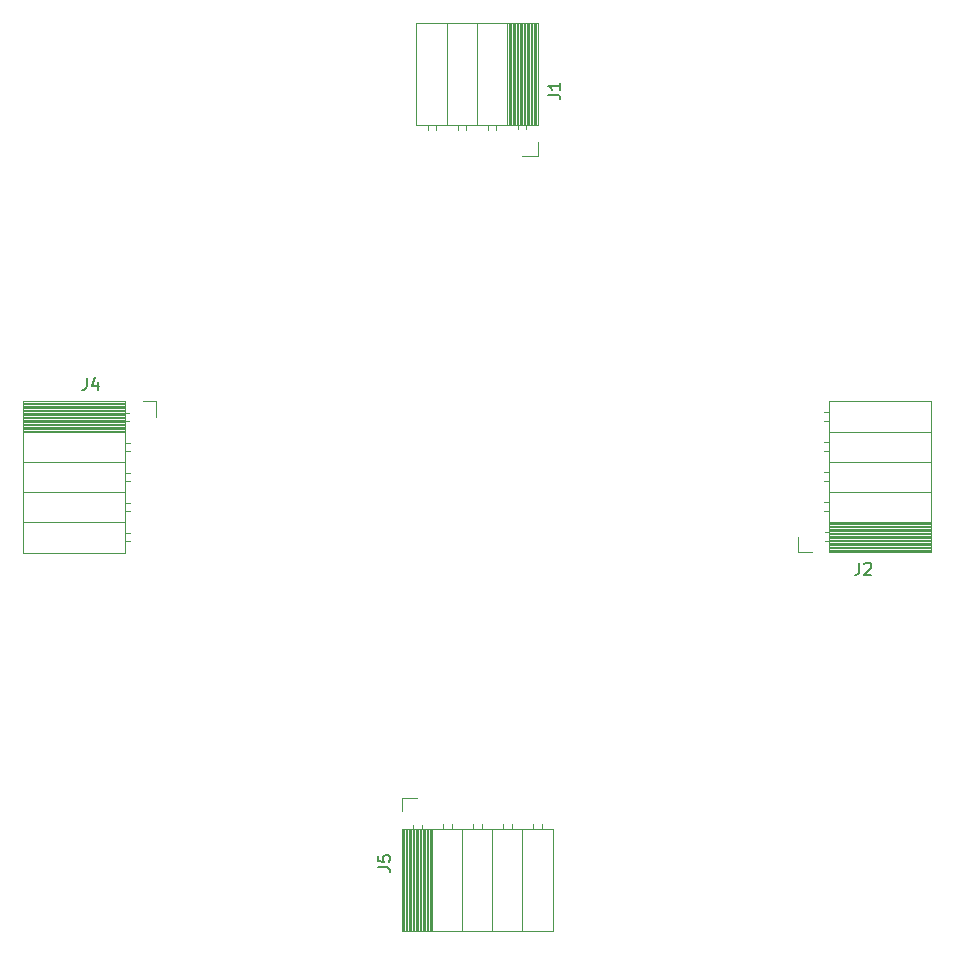
<source format=gbr>
%TF.GenerationSoftware,KiCad,Pcbnew,(6.0.5)*%
%TF.CreationDate,2022-10-17T22:48:29+09:00*%
%TF.ProjectId,line __,6c696e65-2071-4082-9e6b-696361645f70,rev?*%
%TF.SameCoordinates,Original*%
%TF.FileFunction,Legend,Top*%
%TF.FilePolarity,Positive*%
%FSLAX46Y46*%
G04 Gerber Fmt 4.6, Leading zero omitted, Abs format (unit mm)*
G04 Created by KiCad (PCBNEW (6.0.5)) date 2022-10-17 22:48:29*
%MOMM*%
%LPD*%
G01*
G04 APERTURE LIST*
%ADD10C,0.150000*%
%ADD11C,0.120000*%
G04 APERTURE END LIST*
D10*
%TO.C,J4*%
X113015666Y-93222380D02*
X113015666Y-93936666D01*
X112968047Y-94079523D01*
X112872809Y-94174761D01*
X112729952Y-94222380D01*
X112634714Y-94222380D01*
X113920428Y-93555714D02*
X113920428Y-94222380D01*
X113682333Y-93174761D02*
X113444238Y-93889047D01*
X114063285Y-93889047D01*
%TO.C,J2*%
X178417666Y-108882380D02*
X178417666Y-109596666D01*
X178370047Y-109739523D01*
X178274809Y-109834761D01*
X178131952Y-109882380D01*
X178036714Y-109882380D01*
X178846238Y-108977619D02*
X178893857Y-108930000D01*
X178989095Y-108882380D01*
X179227190Y-108882380D01*
X179322428Y-108930000D01*
X179370047Y-108977619D01*
X179417666Y-109072857D01*
X179417666Y-109168095D01*
X179370047Y-109310952D01*
X178798619Y-109882380D01*
X179417666Y-109882380D01*
%TO.C,J1*%
X152082380Y-69232333D02*
X152796666Y-69232333D01*
X152939523Y-69279952D01*
X153034761Y-69375190D01*
X153082380Y-69518047D01*
X153082380Y-69613285D01*
X153082380Y-68232333D02*
X153082380Y-68803761D01*
X153082380Y-68518047D02*
X152082380Y-68518047D01*
X152225238Y-68613285D01*
X152320476Y-68708523D01*
X152368095Y-68803761D01*
%TO.C,J5*%
X137672380Y-134634333D02*
X138386666Y-134634333D01*
X138529523Y-134681952D01*
X138624761Y-134777190D01*
X138672380Y-134920047D01*
X138672380Y-135015285D01*
X137672380Y-133681952D02*
X137672380Y-134158142D01*
X138148571Y-134205761D01*
X138100952Y-134158142D01*
X138053333Y-134062904D01*
X138053333Y-133824809D01*
X138100952Y-133729571D01*
X138148571Y-133681952D01*
X138243809Y-133634333D01*
X138481904Y-133634333D01*
X138577142Y-133681952D01*
X138624761Y-133729571D01*
X138672380Y-133824809D01*
X138672380Y-134062904D01*
X138624761Y-134158142D01*
X138577142Y-134205761D01*
D11*
%TO.C,J4*%
X107639000Y-95802380D02*
X116269000Y-95802380D01*
X116269000Y-96900000D02*
X116619000Y-96900000D01*
X116269000Y-101980000D02*
X116679000Y-101980000D01*
X116269000Y-95210000D02*
X116269000Y-108030000D01*
X107639000Y-96629045D02*
X116269000Y-96629045D01*
X107639000Y-97573805D02*
X116269000Y-97573805D01*
X107639000Y-95448095D02*
X116269000Y-95448095D01*
X107639000Y-105430000D02*
X116269000Y-105430000D01*
X116269000Y-103800000D02*
X116679000Y-103800000D01*
X116269000Y-98720000D02*
X116679000Y-98720000D01*
X117729000Y-95210000D02*
X118839000Y-95210000D01*
X107639000Y-95684285D02*
X116269000Y-95684285D01*
X116269000Y-106340000D02*
X116679000Y-106340000D01*
X107639000Y-100350000D02*
X116269000Y-100350000D01*
X116269000Y-101260000D02*
X116679000Y-101260000D01*
X116269000Y-104520000D02*
X116679000Y-104520000D01*
X107639000Y-95330000D02*
X116269000Y-95330000D01*
X107639000Y-96865235D02*
X116269000Y-96865235D01*
X107639000Y-97337615D02*
X116269000Y-97337615D01*
X107639000Y-96156665D02*
X116269000Y-96156665D01*
X107639000Y-95210000D02*
X116269000Y-95210000D01*
X116269000Y-107060000D02*
X116679000Y-107060000D01*
X107639000Y-108030000D02*
X116269000Y-108030000D01*
X107639000Y-96038570D02*
X116269000Y-96038570D01*
X116269000Y-96180000D02*
X116619000Y-96180000D01*
X116269000Y-99440000D02*
X116679000Y-99440000D01*
X107639000Y-102890000D02*
X116269000Y-102890000D01*
X107639000Y-97810000D02*
X116269000Y-97810000D01*
X107639000Y-97691900D02*
X116269000Y-97691900D01*
X107639000Y-95210000D02*
X107639000Y-108030000D01*
X107639000Y-97219520D02*
X116269000Y-97219520D01*
X118839000Y-95210000D02*
X118839000Y-96540000D01*
X107639000Y-95566190D02*
X116269000Y-95566190D01*
X107639000Y-95920475D02*
X116269000Y-95920475D01*
X107639000Y-96510950D02*
X116269000Y-96510950D01*
X107639000Y-96274760D02*
X116269000Y-96274760D01*
X107639000Y-96747140D02*
X116269000Y-96747140D01*
X107639000Y-97101425D02*
X116269000Y-97101425D01*
X107639000Y-97455710D02*
X116269000Y-97455710D01*
X107639000Y-96392855D02*
X116269000Y-96392855D01*
X107639000Y-96983330D02*
X116269000Y-96983330D01*
%TO.C,J2*%
X184461000Y-105626195D02*
X175831000Y-105626195D01*
X184461000Y-106334765D02*
X175831000Y-106334765D01*
X175831000Y-107990000D02*
X175831000Y-95170000D01*
X175831000Y-103760000D02*
X175421000Y-103760000D01*
X175831000Y-98680000D02*
X175421000Y-98680000D01*
X184461000Y-107161430D02*
X175831000Y-107161430D01*
X184461000Y-106098575D02*
X175831000Y-106098575D01*
X175831000Y-104480000D02*
X175421000Y-104480000D01*
X184461000Y-106925240D02*
X175831000Y-106925240D01*
X175831000Y-96140000D02*
X175421000Y-96140000D01*
X175831000Y-96860000D02*
X175421000Y-96860000D01*
X174371000Y-107990000D02*
X173261000Y-107990000D01*
X184461000Y-107990000D02*
X184461000Y-95170000D01*
X184461000Y-106807145D02*
X175831000Y-106807145D01*
X184461000Y-105390000D02*
X175831000Y-105390000D01*
X184461000Y-107397620D02*
X175831000Y-107397620D01*
X184461000Y-106216670D02*
X175831000Y-106216670D01*
X184461000Y-100310000D02*
X175831000Y-100310000D01*
X175831000Y-106300000D02*
X175481000Y-106300000D01*
X184461000Y-97770000D02*
X175831000Y-97770000D01*
X175831000Y-99400000D02*
X175421000Y-99400000D01*
X184461000Y-95170000D02*
X175831000Y-95170000D01*
X184461000Y-107043335D02*
X175831000Y-107043335D01*
X184461000Y-106689050D02*
X175831000Y-106689050D01*
X184461000Y-107751905D02*
X175831000Y-107751905D01*
X184461000Y-107990000D02*
X175831000Y-107990000D01*
X175831000Y-101220000D02*
X175421000Y-101220000D01*
X173261000Y-107990000D02*
X173261000Y-106660000D01*
X184461000Y-105744290D02*
X175831000Y-105744290D01*
X184461000Y-107633810D02*
X175831000Y-107633810D01*
X184461000Y-105980480D02*
X175831000Y-105980480D01*
X175831000Y-107020000D02*
X175481000Y-107020000D01*
X184461000Y-102850000D02*
X175831000Y-102850000D01*
X184461000Y-105508100D02*
X175831000Y-105508100D01*
X184461000Y-106452860D02*
X175831000Y-106452860D01*
X184461000Y-107515715D02*
X175831000Y-107515715D01*
X175831000Y-101940000D02*
X175421000Y-101940000D01*
X184461000Y-107279525D02*
X175831000Y-107279525D01*
X184461000Y-105862385D02*
X175831000Y-105862385D01*
X184461000Y-106570955D02*
X175831000Y-106570955D01*
X184461000Y-107870000D02*
X175831000Y-107870000D01*
%TO.C,J1*%
X150715715Y-63189000D02*
X150715715Y-71819000D01*
X151190000Y-73279000D02*
X151190000Y-74389000D01*
X149062385Y-63189000D02*
X149062385Y-71819000D01*
X149652860Y-63189000D02*
X149652860Y-71819000D01*
X147680000Y-71819000D02*
X147680000Y-72229000D01*
X143510000Y-63189000D02*
X143510000Y-71819000D01*
X149298575Y-63189000D02*
X149298575Y-71819000D01*
X150243335Y-63189000D02*
X150243335Y-71819000D01*
X144420000Y-71819000D02*
X144420000Y-72229000D01*
X146960000Y-71819000D02*
X146960000Y-72229000D01*
X150007145Y-63189000D02*
X150007145Y-71819000D01*
X151190000Y-71819000D02*
X140910000Y-71819000D01*
X141880000Y-71819000D02*
X141880000Y-72229000D01*
X150479525Y-63189000D02*
X150479525Y-71819000D01*
X149180480Y-63189000D02*
X149180480Y-71819000D01*
X149770955Y-63189000D02*
X149770955Y-71819000D01*
X140910000Y-63189000D02*
X140910000Y-71819000D01*
X150220000Y-71819000D02*
X150220000Y-72169000D01*
X151190000Y-63189000D02*
X151190000Y-71819000D01*
X151070000Y-63189000D02*
X151070000Y-71819000D01*
X150951905Y-63189000D02*
X150951905Y-71819000D01*
X150125240Y-63189000D02*
X150125240Y-71819000D01*
X149416670Y-63189000D02*
X149416670Y-71819000D01*
X149500000Y-71819000D02*
X149500000Y-72169000D01*
X149534765Y-63189000D02*
X149534765Y-71819000D01*
X150833810Y-63189000D02*
X150833810Y-71819000D01*
X145140000Y-71819000D02*
X145140000Y-72229000D01*
X148826195Y-63189000D02*
X148826195Y-71819000D01*
X149889050Y-63189000D02*
X149889050Y-71819000D01*
X148708100Y-63189000D02*
X148708100Y-71819000D01*
X150597620Y-63189000D02*
X150597620Y-71819000D01*
X148590000Y-63189000D02*
X148590000Y-71819000D01*
X142600000Y-71819000D02*
X142600000Y-72229000D01*
X151190000Y-74389000D02*
X149860000Y-74389000D01*
X150361430Y-63189000D02*
X150361430Y-71819000D01*
X151190000Y-63189000D02*
X140910000Y-63189000D01*
X148944290Y-63189000D02*
X148944290Y-71819000D01*
X146050000Y-63189000D02*
X146050000Y-71819000D01*
%TO.C,J5*%
X141787615Y-140011000D02*
X141787615Y-131381000D01*
X140370475Y-140011000D02*
X140370475Y-131381000D01*
X141669520Y-140011000D02*
X141669520Y-131381000D01*
X140724760Y-140011000D02*
X140724760Y-131381000D01*
X148970000Y-131381000D02*
X148970000Y-130971000D01*
X140606665Y-140011000D02*
X140606665Y-131381000D01*
X139780000Y-140011000D02*
X139780000Y-131381000D01*
X146430000Y-131381000D02*
X146430000Y-130971000D01*
X149880000Y-140011000D02*
X149880000Y-131381000D01*
X152480000Y-140011000D02*
X152480000Y-131381000D01*
X140252380Y-140011000D02*
X140252380Y-131381000D01*
X141551425Y-140011000D02*
X141551425Y-131381000D01*
X140016190Y-140011000D02*
X140016190Y-131381000D01*
X143170000Y-131381000D02*
X143170000Y-130971000D01*
X141079045Y-140011000D02*
X141079045Y-131381000D01*
X139660000Y-128811000D02*
X140990000Y-128811000D01*
X147340000Y-140011000D02*
X147340000Y-131381000D01*
X140488570Y-140011000D02*
X140488570Y-131381000D01*
X140630000Y-131381000D02*
X140630000Y-131031000D01*
X150790000Y-131381000D02*
X150790000Y-130971000D01*
X139660000Y-129921000D02*
X139660000Y-128811000D01*
X140960950Y-140011000D02*
X140960950Y-131381000D01*
X140134285Y-140011000D02*
X140134285Y-131381000D01*
X142141900Y-140011000D02*
X142141900Y-131381000D01*
X144800000Y-140011000D02*
X144800000Y-131381000D01*
X139660000Y-131381000D02*
X152480000Y-131381000D01*
X142023805Y-140011000D02*
X142023805Y-131381000D01*
X139898095Y-140011000D02*
X139898095Y-131381000D01*
X142260000Y-140011000D02*
X142260000Y-131381000D01*
X141350000Y-131381000D02*
X141350000Y-131031000D01*
X141433330Y-140011000D02*
X141433330Y-131381000D01*
X141197140Y-140011000D02*
X141197140Y-131381000D01*
X151510000Y-131381000D02*
X151510000Y-130971000D01*
X139660000Y-140011000D02*
X139660000Y-131381000D01*
X140842855Y-140011000D02*
X140842855Y-131381000D01*
X148250000Y-131381000D02*
X148250000Y-130971000D01*
X145710000Y-131381000D02*
X145710000Y-130971000D01*
X141905710Y-140011000D02*
X141905710Y-131381000D01*
X141315235Y-140011000D02*
X141315235Y-131381000D01*
X143890000Y-131381000D02*
X143890000Y-130971000D01*
X139660000Y-140011000D02*
X152480000Y-140011000D01*
%TD*%
M02*

</source>
